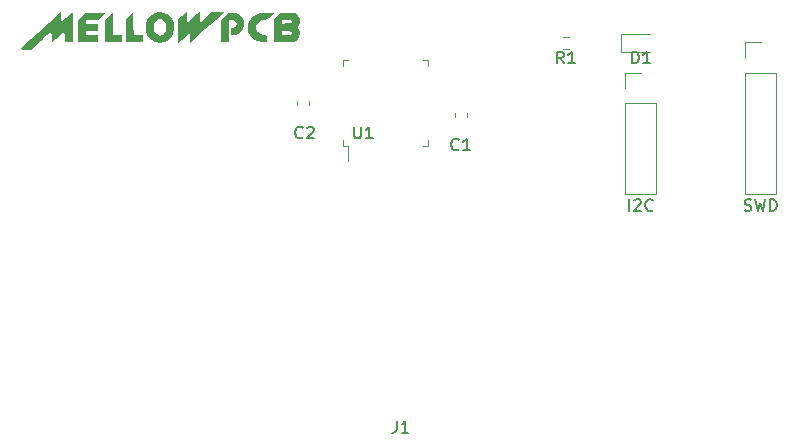
<source format=gbr>
%TF.GenerationSoftware,KiCad,Pcbnew,(6.0.6-0)*%
%TF.CreationDate,2022-10-10T02:33:12+09:00*%
%TF.ProjectId,A2E_Test,4132455f-5465-4737-942e-6b696361645f,rev?*%
%TF.SameCoordinates,Original*%
%TF.FileFunction,Legend,Top*%
%TF.FilePolarity,Positive*%
%FSLAX46Y46*%
G04 Gerber Fmt 4.6, Leading zero omitted, Abs format (unit mm)*
G04 Created by KiCad (PCBNEW (6.0.6-0)) date 2022-10-10 02:33:12*
%MOMM*%
%LPD*%
G01*
G04 APERTURE LIST*
%ADD10C,0.150000*%
%ADD11C,0.120000*%
G04 APERTURE END LIST*
D10*
%TO.C,U1*%
X125603095Y-139152380D02*
X125603095Y-139961904D01*
X125650714Y-140057142D01*
X125698333Y-140104761D01*
X125793571Y-140152380D01*
X125984047Y-140152380D01*
X126079285Y-140104761D01*
X126126904Y-140057142D01*
X126174523Y-139961904D01*
X126174523Y-139152380D01*
X127174523Y-140152380D02*
X126603095Y-140152380D01*
X126888809Y-140152380D02*
X126888809Y-139152380D01*
X126793571Y-139295238D01*
X126698333Y-139390476D01*
X126603095Y-139438095D01*
%TO.C,R1*%
X143343333Y-133802380D02*
X143010000Y-133326190D01*
X142771904Y-133802380D02*
X142771904Y-132802380D01*
X143152857Y-132802380D01*
X143248095Y-132850000D01*
X143295714Y-132897619D01*
X143343333Y-132992857D01*
X143343333Y-133135714D01*
X143295714Y-133230952D01*
X143248095Y-133278571D01*
X143152857Y-133326190D01*
X142771904Y-133326190D01*
X144295714Y-133802380D02*
X143724285Y-133802380D01*
X144010000Y-133802380D02*
X144010000Y-132802380D01*
X143914761Y-132945238D01*
X143819523Y-133040476D01*
X143724285Y-133088095D01*
%TO.C,J4*%
X158662857Y-146249761D02*
X158805714Y-146297380D01*
X159043809Y-146297380D01*
X159139047Y-146249761D01*
X159186666Y-146202142D01*
X159234285Y-146106904D01*
X159234285Y-146011666D01*
X159186666Y-145916428D01*
X159139047Y-145868809D01*
X159043809Y-145821190D01*
X158853333Y-145773571D01*
X158758095Y-145725952D01*
X158710476Y-145678333D01*
X158662857Y-145583095D01*
X158662857Y-145487857D01*
X158710476Y-145392619D01*
X158758095Y-145345000D01*
X158853333Y-145297380D01*
X159091428Y-145297380D01*
X159234285Y-145345000D01*
X159567619Y-145297380D02*
X159805714Y-146297380D01*
X159996190Y-145583095D01*
X160186666Y-146297380D01*
X160424761Y-145297380D01*
X160805714Y-146297380D02*
X160805714Y-145297380D01*
X161043809Y-145297380D01*
X161186666Y-145345000D01*
X161281904Y-145440238D01*
X161329523Y-145535476D01*
X161377142Y-145725952D01*
X161377142Y-145868809D01*
X161329523Y-146059285D01*
X161281904Y-146154523D01*
X161186666Y-146249761D01*
X161043809Y-146297380D01*
X160805714Y-146297380D01*
%TO.C,J3*%
X148883809Y-146302380D02*
X148883809Y-145302380D01*
X149312380Y-145397619D02*
X149360000Y-145350000D01*
X149455238Y-145302380D01*
X149693333Y-145302380D01*
X149788571Y-145350000D01*
X149836190Y-145397619D01*
X149883809Y-145492857D01*
X149883809Y-145588095D01*
X149836190Y-145730952D01*
X149264761Y-146302380D01*
X149883809Y-146302380D01*
X150883809Y-146207142D02*
X150836190Y-146254761D01*
X150693333Y-146302380D01*
X150598095Y-146302380D01*
X150455238Y-146254761D01*
X150360000Y-146159523D01*
X150312380Y-146064285D01*
X150264761Y-145873809D01*
X150264761Y-145730952D01*
X150312380Y-145540476D01*
X150360000Y-145445238D01*
X150455238Y-145350000D01*
X150598095Y-145302380D01*
X150693333Y-145302380D01*
X150836190Y-145350000D01*
X150883809Y-145397619D01*
%TO.C,J1*%
X129206666Y-164052380D02*
X129206666Y-164766666D01*
X129159047Y-164909523D01*
X129063809Y-165004761D01*
X128920952Y-165052380D01*
X128825714Y-165052380D01*
X130206666Y-165052380D02*
X129635238Y-165052380D01*
X129920952Y-165052380D02*
X129920952Y-164052380D01*
X129825714Y-164195238D01*
X129730476Y-164290476D01*
X129635238Y-164338095D01*
%TO.C,D1*%
X149121904Y-133802380D02*
X149121904Y-132802380D01*
X149360000Y-132802380D01*
X149502857Y-132850000D01*
X149598095Y-132945238D01*
X149645714Y-133040476D01*
X149693333Y-133230952D01*
X149693333Y-133373809D01*
X149645714Y-133564285D01*
X149598095Y-133659523D01*
X149502857Y-133754761D01*
X149360000Y-133802380D01*
X149121904Y-133802380D01*
X150645714Y-133802380D02*
X150074285Y-133802380D01*
X150360000Y-133802380D02*
X150360000Y-132802380D01*
X150264761Y-132945238D01*
X150169523Y-133040476D01*
X150074285Y-133088095D01*
%TO.C,C2*%
X121245333Y-140057142D02*
X121197714Y-140104761D01*
X121054857Y-140152380D01*
X120959619Y-140152380D01*
X120816761Y-140104761D01*
X120721523Y-140009523D01*
X120673904Y-139914285D01*
X120626285Y-139723809D01*
X120626285Y-139580952D01*
X120673904Y-139390476D01*
X120721523Y-139295238D01*
X120816761Y-139200000D01*
X120959619Y-139152380D01*
X121054857Y-139152380D01*
X121197714Y-139200000D01*
X121245333Y-139247619D01*
X121626285Y-139247619D02*
X121673904Y-139200000D01*
X121769142Y-139152380D01*
X122007238Y-139152380D01*
X122102476Y-139200000D01*
X122150095Y-139247619D01*
X122197714Y-139342857D01*
X122197714Y-139438095D01*
X122150095Y-139580952D01*
X121578666Y-140152380D01*
X122197714Y-140152380D01*
%TO.C,C1*%
X134453333Y-141073142D02*
X134405714Y-141120761D01*
X134262857Y-141168380D01*
X134167619Y-141168380D01*
X134024761Y-141120761D01*
X133929523Y-141025523D01*
X133881904Y-140930285D01*
X133834285Y-140739809D01*
X133834285Y-140596952D01*
X133881904Y-140406476D01*
X133929523Y-140311238D01*
X134024761Y-140216000D01*
X134167619Y-140168380D01*
X134262857Y-140168380D01*
X134405714Y-140216000D01*
X134453333Y-140263619D01*
X135405714Y-141168380D02*
X134834285Y-141168380D01*
X135120000Y-141168380D02*
X135120000Y-140168380D01*
X135024761Y-140311238D01*
X134929523Y-140406476D01*
X134834285Y-140454095D01*
%TO.C,G1*%
G36*
X100795667Y-129883679D02*
G01*
X100816833Y-130310231D01*
X101240167Y-129941188D01*
X101404528Y-129797877D01*
X101551125Y-129670003D01*
X101665327Y-129570331D01*
X101732506Y-129511627D01*
X101737583Y-129507178D01*
X101758585Y-129492594D01*
X101775200Y-129495406D01*
X101787939Y-129523990D01*
X101797315Y-129586719D01*
X101803840Y-129691969D01*
X101808025Y-129848114D01*
X101810383Y-130063527D01*
X101811426Y-130346585D01*
X101811666Y-130705660D01*
X101811667Y-130718772D01*
X101811667Y-131995333D01*
X101094864Y-131995333D01*
X101082849Y-131541613D01*
X101070833Y-131087893D01*
X100553990Y-131541613D01*
X100379039Y-131694092D01*
X100226734Y-131824743D01*
X100108166Y-131924218D01*
X100034431Y-131983166D01*
X100015626Y-131995333D01*
X100005916Y-131955866D01*
X99996133Y-131848911D01*
X99987524Y-131691635D01*
X99982136Y-131534131D01*
X99970167Y-131072930D01*
X99626835Y-131375381D01*
X99470134Y-131514653D01*
X99272694Y-131691958D01*
X99055999Y-131887912D01*
X98841529Y-132083126D01*
X98763989Y-132154083D01*
X98244474Y-132630333D01*
X97760739Y-132630333D01*
X97536627Y-132626882D01*
X97384566Y-132616823D01*
X97309356Y-132600598D01*
X97302984Y-132588296D01*
X97342022Y-132547359D01*
X97437710Y-132456097D01*
X97583461Y-132320482D01*
X97772690Y-132146488D01*
X97998811Y-131940090D01*
X98255236Y-131707261D01*
X98535381Y-131453974D01*
X98832659Y-131186203D01*
X99140483Y-130909922D01*
X99452268Y-130631105D01*
X99761427Y-130355725D01*
X99904368Y-130228814D01*
X100774500Y-129457128D01*
X100795667Y-129883679D01*
G37*
G36*
X108088711Y-130137493D02*
G01*
X108247410Y-129873623D01*
X108461448Y-129669876D01*
X108725059Y-129531128D01*
X109032475Y-129462253D01*
X109175448Y-129455333D01*
X109499973Y-129493075D01*
X109785362Y-129603968D01*
X110025872Y-129784511D01*
X110215762Y-130031204D01*
X110262121Y-130117837D01*
X110347823Y-130372120D01*
X110384824Y-130666843D01*
X110372060Y-130972451D01*
X110308466Y-131259387D01*
X110303766Y-131273195D01*
X110185470Y-131506588D01*
X110009861Y-131717377D01*
X109798798Y-131883258D01*
X109623719Y-131967088D01*
X109398779Y-132017032D01*
X109144690Y-132032027D01*
X108899465Y-132011903D01*
X108737007Y-131971065D01*
X108473289Y-131831659D01*
X108258649Y-131630573D01*
X108098408Y-131378611D01*
X107997887Y-131086577D01*
X107962406Y-130765274D01*
X107963155Y-130757220D01*
X108669667Y-130757220D01*
X108676126Y-130936872D01*
X108700002Y-131063108D01*
X108748040Y-131166502D01*
X108766187Y-131194706D01*
X108911832Y-131351326D01*
X109083267Y-131432925D01*
X109177667Y-131443751D01*
X109298931Y-131424024D01*
X109388063Y-131390842D01*
X109542778Y-131268015D01*
X109641084Y-131083935D01*
X109683646Y-130837192D01*
X109685667Y-130759304D01*
X109661068Y-130487288D01*
X109586540Y-130282674D01*
X109460985Y-130143700D01*
X109283305Y-130068603D01*
X109251996Y-130062723D01*
X109066624Y-130070602D01*
X108895451Y-130144676D01*
X108765589Y-130271296D01*
X108736438Y-130322252D01*
X108694396Y-130465229D01*
X108672079Y-130662183D01*
X108669667Y-130757220D01*
X107963155Y-130757220D01*
X107991117Y-130456611D01*
X108088711Y-130137493D01*
G37*
G36*
X112545052Y-129453857D02*
G01*
X112555220Y-129560582D01*
X112562005Y-129718818D01*
X112564333Y-129901936D01*
X112564333Y-130390873D01*
X113598439Y-129455333D01*
X114573755Y-129455333D01*
X114426294Y-129600995D01*
X114362658Y-129661112D01*
X114243724Y-129770772D01*
X114077202Y-129922966D01*
X113870803Y-130110684D01*
X113632240Y-130326917D01*
X113369223Y-130564656D01*
X113089463Y-130816890D01*
X113008833Y-130889471D01*
X111738833Y-132032284D01*
X111717667Y-131606015D01*
X111696500Y-131179747D01*
X111484833Y-131366603D01*
X111348064Y-131486727D01*
X111179948Y-131633512D01*
X111013273Y-131778343D01*
X110987417Y-131800733D01*
X110701667Y-132048006D01*
X110701667Y-130062962D01*
X111060100Y-129757757D01*
X111418534Y-129452551D01*
X111442500Y-130381157D01*
X111971667Y-129899295D01*
X112148202Y-129740046D01*
X112303573Y-129602731D01*
X112426850Y-129496784D01*
X112507103Y-129431637D01*
X112532583Y-129415216D01*
X112545052Y-129453857D01*
G37*
G36*
X104272825Y-129793999D02*
G01*
X103937085Y-130090333D01*
X102870000Y-130090333D01*
X102870000Y-130471333D01*
X103928333Y-130471333D01*
X103928333Y-131064000D01*
X102870000Y-131064000D01*
X102870000Y-131402666D01*
X103928333Y-131402666D01*
X103928333Y-131995333D01*
X102192667Y-131995333D01*
X102192667Y-130102397D01*
X102527531Y-129800031D01*
X102862395Y-129497666D01*
X104608565Y-129497666D01*
X104272825Y-129793999D01*
G37*
G36*
X105188545Y-130450536D02*
G01*
X105199923Y-131402666D01*
X105960333Y-131402666D01*
X105960333Y-131995333D01*
X104521000Y-131995333D01*
X104521000Y-130097184D01*
X104849083Y-129797794D01*
X105177167Y-129498405D01*
X105188545Y-130450536D01*
G37*
G36*
X106924211Y-130450536D02*
G01*
X106935589Y-131402666D01*
X107696000Y-131402666D01*
X107696000Y-131995333D01*
X106256667Y-131995333D01*
X106256667Y-130097184D01*
X106584750Y-129797794D01*
X106912833Y-129498405D01*
X106924211Y-130450536D01*
G37*
G36*
X115563099Y-129534468D02*
G01*
X115812909Y-129638057D01*
X116017364Y-129798210D01*
X116167903Y-130004703D01*
X116255966Y-130247311D01*
X116272995Y-130515810D01*
X116251054Y-130661740D01*
X116156105Y-130906762D01*
X115997459Y-131116021D01*
X115790780Y-131276709D01*
X115551732Y-131376017D01*
X115344968Y-131402666D01*
X115146667Y-131402666D01*
X115146667Y-131106333D01*
X115148165Y-130951541D01*
X115157143Y-130862954D01*
X115180324Y-130822113D01*
X115224431Y-130810561D01*
X115254602Y-130810000D01*
X115384896Y-130786788D01*
X115513507Y-130728707D01*
X115606770Y-130653087D01*
X115628370Y-130617603D01*
X115659632Y-130440755D01*
X115616170Y-130289582D01*
X115506520Y-130174393D01*
X115339217Y-130105496D01*
X115191783Y-130090333D01*
X115019667Y-130090333D01*
X115019667Y-131995333D01*
X114342333Y-131995333D01*
X114342333Y-130099303D01*
X114676025Y-129798485D01*
X115009716Y-129497666D01*
X115276492Y-129497666D01*
X115563099Y-129534468D01*
G37*
G36*
X118549940Y-129789121D02*
G01*
X118379944Y-129935523D01*
X118253983Y-130028541D01*
X118158600Y-130076945D01*
X118088833Y-130089603D01*
X117842966Y-130122835D01*
X117634528Y-130209820D01*
X117469915Y-130338944D01*
X117355521Y-130498591D01*
X117297742Y-130677148D01*
X117302973Y-130862999D01*
X117377608Y-131044530D01*
X117489932Y-131177323D01*
X117693222Y-131311938D01*
X117934004Y-131389171D01*
X118078250Y-131402430D01*
X118139042Y-131405826D01*
X118173830Y-131428030D01*
X118189873Y-131487534D01*
X118194428Y-131602826D01*
X118194667Y-131699000D01*
X118194667Y-131995333D01*
X117951250Y-131993951D01*
X117763430Y-131978017D01*
X117565172Y-131939205D01*
X117483676Y-131915144D01*
X117190910Y-131775740D01*
X116953983Y-131585981D01*
X116775620Y-131357189D01*
X116658546Y-131100686D01*
X116605487Y-130827792D01*
X116619167Y-130549829D01*
X116702311Y-130278118D01*
X116857645Y-130023982D01*
X116993419Y-129878344D01*
X117139081Y-129752949D01*
X117276498Y-129659935D01*
X117422690Y-129594174D01*
X117594679Y-129550536D01*
X117809486Y-129523891D01*
X118084131Y-129509111D01*
X118232440Y-129504948D01*
X118884046Y-129489839D01*
X118549940Y-129789121D01*
G37*
G36*
X120246170Y-129503099D02*
G01*
X120457148Y-129522438D01*
X120614455Y-129560778D01*
X120733344Y-129623067D01*
X120829067Y-129714254D01*
X120890233Y-129797589D01*
X120980648Y-129987022D01*
X121025910Y-130196550D01*
X121018231Y-130388471D01*
X121015077Y-130402013D01*
X120969842Y-130505323D01*
X120894011Y-130619284D01*
X120883198Y-130632512D01*
X120818323Y-130717605D01*
X120806669Y-130768475D01*
X120842421Y-130811591D01*
X120843644Y-130812609D01*
X120961235Y-130960957D01*
X121018357Y-131146276D01*
X121018079Y-131349579D01*
X120963470Y-131551878D01*
X120857598Y-131734185D01*
X120703534Y-131877514D01*
X120667991Y-131899386D01*
X120580201Y-131942940D01*
X120486756Y-131970934D01*
X120366110Y-131986672D01*
X120196718Y-131993457D01*
X120046750Y-131994636D01*
X119591667Y-131995333D01*
X119591667Y-131406090D01*
X119936455Y-131393795D01*
X120119088Y-131383452D01*
X120234797Y-131365657D01*
X120301249Y-131336509D01*
X120327821Y-131307416D01*
X120351721Y-131216033D01*
X120327821Y-131159249D01*
X120285248Y-131119887D01*
X120205728Y-131094593D01*
X120071594Y-131079469D01*
X119936455Y-131072871D01*
X119591667Y-131060575D01*
X119591667Y-130432424D01*
X119936455Y-130420128D01*
X120119088Y-130409786D01*
X120234797Y-130391990D01*
X120301249Y-130362843D01*
X120327821Y-130333750D01*
X120351717Y-130242394D01*
X120327791Y-130185583D01*
X120290510Y-130149562D01*
X120221852Y-130125548D01*
X120105303Y-130110413D01*
X119924348Y-130101027D01*
X119872924Y-130099383D01*
X119464667Y-130087267D01*
X119464667Y-131995333D01*
X118787333Y-131995333D01*
X118787333Y-130097184D01*
X119115417Y-129797570D01*
X119443500Y-129497957D01*
X119966269Y-129497811D01*
X120246170Y-129503099D01*
G37*
D11*
%TO.C,U1*%
X124660000Y-133550000D02*
X125110000Y-133550000D01*
X125110000Y-140770000D02*
X125110000Y-142060000D01*
X131880000Y-140320000D02*
X131880000Y-140770000D01*
X124660000Y-140320000D02*
X124660000Y-140770000D01*
X131880000Y-133550000D02*
X131430000Y-133550000D01*
X131880000Y-134000000D02*
X131880000Y-133550000D01*
X124660000Y-140770000D02*
X125110000Y-140770000D01*
X131880000Y-140770000D02*
X131430000Y-140770000D01*
X124660000Y-134000000D02*
X124660000Y-133550000D01*
%TO.C,R1*%
X143764724Y-132602500D02*
X143255276Y-132602500D01*
X143764724Y-131557500D02*
X143255276Y-131557500D01*
%TO.C,J4*%
X161350000Y-134625000D02*
X161350000Y-144845000D01*
X158690000Y-132025000D02*
X160020000Y-132025000D01*
X158690000Y-134625000D02*
X158690000Y-144845000D01*
X158690000Y-144845000D02*
X161350000Y-144845000D01*
X158690000Y-134625000D02*
X161350000Y-134625000D01*
X158690000Y-133355000D02*
X158690000Y-132025000D01*
%TO.C,J3*%
X151190000Y-137170000D02*
X151190000Y-144850000D01*
X148530000Y-135900000D02*
X148530000Y-134570000D01*
X148530000Y-144850000D02*
X151190000Y-144850000D01*
X148530000Y-137170000D02*
X151190000Y-137170000D01*
X148530000Y-134570000D02*
X149860000Y-134570000D01*
X148530000Y-137170000D02*
X148530000Y-144850000D01*
%TO.C,D1*%
X150660000Y-131345000D02*
X148200000Y-131345000D01*
X148200000Y-132815000D02*
X150660000Y-132815000D01*
X148200000Y-131345000D02*
X148200000Y-132815000D01*
%TO.C,C2*%
X121795000Y-137013733D02*
X121795000Y-137306267D01*
X120775000Y-137013733D02*
X120775000Y-137306267D01*
%TO.C,C1*%
X134110000Y-138322267D02*
X134110000Y-138029733D01*
X135130000Y-138322267D02*
X135130000Y-138029733D01*
%TD*%
M02*

</source>
